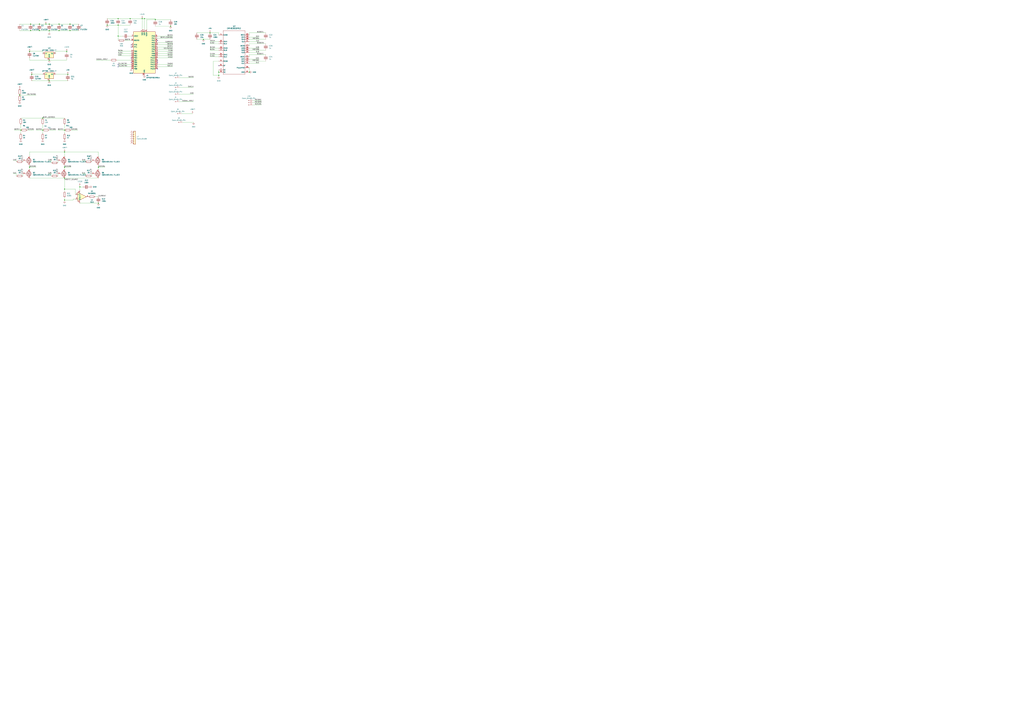
<source format=kicad_sch>
(kicad_sch (version 20250114) (generator "eeschema") (generator_version "9.0")
  (paper "A0")
  (lib_symbols
    (symbol "Amplifier_Current:INA180B1" (pin_names (offset 0.127))
      (property "Reference" "U" (at 3.81 3.81 0))
      (property "Value" "INA180B1" (at 3.81 -2.54 0))
      (symbol "INA180B1_1_1"
        (pin input line (at -7.62 2.54 0) (length 2.54) (name "+") (number "1"))
        (pin input line (at -7.62 -2.54 0) (length 2.54) (name "-") (number "3"))
        (pin power_in line (at -2.54 7.62 270) (length 3.81) (name "V+") (number "5"))
        (pin power_in line (at -2.54 -7.62 90) (length 3.81) (name "GND") (number "2"))
        (pin output line (at 7.62 0 180) (length 2.54) (name "~") (number "4"))
      )
    )
    (symbol "Conn_01x01_Pin_1" (pin_names (offset 1.016) (hide yes))
      (property "Reference" "J5" (at 0.635 5.08 0))
      (property "Value" "Conn_01x01_Pin" (at 0.635 2.54 0))
      (symbol "Conn_01x01_Pin_1_1_1"
        (pin power_out line (at 5.08 0 180) (length 3.81) (name "Pin_1") (number "1"))
      )
    )
    (symbol "Conn_01x01_Pin_2" (pin_names (offset 1.016) (hide yes))
      (property "Reference" "J6" (at 0.635 5.08 0))
      (property "Value" "Conn_01x01_Pin" (at 0.635 2.54 0))
      (symbol "Conn_01x01_Pin_2_1_1"
        (pin power_out line (at 5.08 0 180) (length 3.81) (name "Pin_1") (number "1"))
      )
    )
    (symbol "Connector:Conn_01x01_Pin" (pin_names (offset 1.016) (hide yes))
      (property "Reference" "J" (at 0 2.54 0))
      (property "Value" "Conn_01x01_Pin" (at 0 -2.54 0))
      (symbol "Conn_01x01_Pin_1_1"
        (pin passive line (at 5.08 0 180) (length 3.81) (name "Pin_1") (number "1"))
      )
    )
    (symbol "Connector:Conn_01x03_Pin" (pin_names (offset 1.016) (hide yes))
      (property "Reference" "J" (at 0 5.08 0))
      (property "Value" "Conn_01x03_Pin" (at 0 -5.08 0))
      (symbol "Conn_01x03_Pin_1_1"
        (pin passive line (at 5.08 2.54 180) (length 3.81) (name "Pin_1") (number "1"))
        (pin passive line (at 5.08 0 180) (length 3.81) (name "Pin_2") (number "2"))
        (pin passive line (at 5.08 -2.54 180) (length 3.81) (name "Pin_3") (number "3"))
      )
    )
    (symbol "Connector_Generic:Conn_01x06" (pin_names (offset 1.016) (hide yes))
      (property "Reference" "J" (at 0 7.62 0))
      (property "Value" "Conn_01x06" (at 0 -10.16 0))
      (symbol "Conn_01x06_1_1"
        (pin passive line (at -5.08 5.08 0) (length 3.81) (name "Pin_1") (number "1"))
        (pin passive line (at -5.08 2.54 0) (length 3.81) (name "Pin_2") (number "2"))
        (pin passive line (at -5.08 0 0) (length 3.81) (name "Pin_3") (number "3"))
        (pin passive line (at -5.08 -2.54 0) (length 3.81) (name "Pin_4") (number "4"))
        (pin passive line (at -5.08 -5.08 0) (length 3.81) (name "Pin_5") (number "5"))
        (pin passive line (at -5.08 -7.62 0) (length 3.81) (name "Pin_6") (number "6"))
      )
    )
    (symbol "DRV8300:DRV8300DRGER" (pin_names (offset 0.254))
      (property "Reference" "U" (at 0 2.54 0))
      (property "Value" "DRV8300DRGER" (at 0 0 0))
      (symbol "DRV8300DRGER_0_1"
        (pin power_in line (at 0 0 0) (length 5.08) (name "GVDD") (number "4"))
        (pin input line (at 0 -7.62 0) (length 5.08) (name "INHA") (number "22"))
        (pin input line (at 0 -10.16 0) (length 5.08) (name "INLA") (number "1"))
        (pin input line (at 0 -15.24 0) (length 5.08) (name "INHB") (number "23"))
        (pin input line (at 0 -17.78 0) (length 5.08) (name "INLB") (number "2"))
        (pin input line (at 0 -22.86 0) (length 5.08) (name "INHC") (number "24"))
        (pin input line (at 0 -25.4 0) (length 5.08) (name "INLC") (number "3"))
        (pin input line (at 0 -30.48 0) (length 5.08) (name "MODE") (number "5"))
        (pin input line (at 0 -35.56 0) (length 5.08) (name "DT") (number "21"))
        (pin unspecified line (at 0 -40.64 0) (length 5.08) (name "NC") (number "7"))
        (pin unspecified line (at 0 -43.18 0) (length 5.08) (name "NC") (number "8"))
        (pin output line (at 35.56 0 180) (length 5.08) (name "BSTA") (number "20"))
        (pin output line (at 35.56 -2.54 180) (length 5.08) (name "GHA") (number "19"))
        (pin input line (at 35.56 -5.08 180) (length 5.08) (name "SHA") (number "18"))
        (pin output line (at 35.56 -7.62 180) (length 5.08) (name "GLA") (number "11"))
        (pin output line (at 35.56 -12.7 180) (length 5.08) (name "BSTB") (number "17"))
        (pin output line (at 35.56 -15.24 180) (length 5.08) (name "GHB") (number "16"))
        (pin input line (at 35.56 -17.78 180) (length 5.08) (name "SHB") (number "15"))
        (pin output line (at 35.56 -20.32 180) (length 5.08) (name "GLB") (number "10"))
        (pin output line (at 35.56 -25.4 180) (length 5.08) (name "BSTC") (number "14"))
        (pin output line (at 35.56 -27.94 180) (length 5.08) (name "GHC") (number "13"))
        (pin input line (at 35.56 -30.48 180) (length 5.08) (name "SHC") (number "12"))
        (pin output line (at 35.56 -33.02 180) (length 5.08) (name "GLC") (number "9"))
        (pin power_in line (at 35.56 -38.1 180) (length 5.08) (name "PowerPAD") (number "25"))
        (pin power_in line (at 35.56 -43.18 180) (length 5.08) (name "GND") (number "6"))
      )
    )
    (symbol "Device:C" (pin_numbers (hide yes)) (pin_names (offset 0.254))
      (property "Reference" "C" (at 0.635 2.54 0))
      (property "Value" "C" (at 0.635 -2.54 0))
      (symbol "C_1_1"
        (pin passive line (at 0 3.81 270) (length 2.794) (name "~") (number "1"))
        (pin passive line (at 0 -3.81 90) (length 2.794) (name "~") (number "2"))
      )
    )
    (symbol "Device:R" (pin_numbers (hide yes)) (pin_names (offset 0))
      (property "Reference" "R" (at 2.032 0 90))
      (property "Value" "R" (at 0 0 90))
      (symbol "R_1_1"
        (pin passive line (at 0 3.81 270) (length 1.27) (name "~") (number "1"))
        (pin passive line (at 0 -3.81 90) (length 1.27) (name "~") (number "2"))
      )
    )
    (symbol "MCU_ST_STM32F0:STM32F051K8Ux"
      (property "Reference" "U" (at -12.7 26.67 0))
      (property "Value" "STM32F051K8Ux" (at 5.08 26.67 0))
      (symbol "STM32F051K8Ux_1_1"
        (pin input line (at -15.24 20.32 0) (length 2.54) (name "NRST") (number "4"))
        (pin input line (at -15.24 15.24 0) (length 2.54) (name "BOOT0") (number "31"))
        (pin bidirectional line (at -15.24 10.16 0) (length 2.54) (name "PF0") (number "2"))
        (pin bidirectional line (at -15.24 7.62 0) (length 2.54) (name "PF1") (number "3"))
        (pin bidirectional line (at -15.24 2.54 0) (length 2.54) (name "PB0") (number "14"))
        (pin bidirectional line (at -15.24 0 0) (length 2.54) (name "PB1") (number "15"))
        (pin bidirectional line (at -15.24 -2.54 0) (length 2.54) (name "PB2") (number "16"))
        (pin bidirectional line (at -15.24 -5.08 0) (length 2.54) (name "PB3") (number "26"))
        (pin bidirectional line (at -15.24 -7.62 0) (length 2.54) (name "PB4") (number "27"))
        (pin bidirectional line (at -15.24 -10.16 0) (length 2.54) (name "PB5") (number "28"))
        (pin bidirectional line (at -15.24 -12.7 0) (length 2.54) (name "PB6") (number "29"))
        (pin bidirectional line (at -15.24 -15.24 0) (length 2.54) (name "PB7") (number "30"))
        (pin bidirectional line (at -15.24 -17.78 0) (length 2.54) (name "PB8") (number "32"))
        (pin power_in line (at -2.54 27.94 270) (length 2.54) (name "VDD") (number "1"))
        (pin power_in line (at 0 27.94 270) (length 2.54) (name "VDD") (number "17"))
        (pin power_in line (at 0 -25.4 90) (length 2.54) (name "VSS") (number "33"))
        (pin power_in line (at 2.54 27.94 270) (length 2.54) (name "VDDA") (number "5"))
        (pin bidirectional line (at 15.24 20.32 180) (length 2.54) (name "PA0") (number "6"))
        (pin bidirectional line (at 15.24 17.78 180) (length 2.54) (name "PA1") (number "7"))
        (pin bidirectional line (at 15.24 15.24 180) (length 2.54) (name "PA2") (number "8"))
        (pin bidirectional line (at 15.24 12.7 180) (length 2.54) (name "PA3") (number "9"))
        (pin bidirectional line (at 15.24 10.16 180) (length 2.54) (name "PA4") (number "10"))
        (pin bidirectional line (at 15.24 7.62 180) (length 2.54) (name "PA5") (number "11"))
        (pin bidirectional line (at 15.24 5.08 180) (length 2.54) (name "PA6") (number "12"))
        (pin bidirectional line (at 15.24 2.54 180) (length 2.54) (name "PA7") (number "13"))
        (pin bidirectional line (at 15.24 0 180) (length 2.54) (name "PA8") (number "18"))
        (pin bidirectional line (at 15.24 -2.54 180) (length 2.54) (name "PA9") (number "19"))
        (pin bidirectional line (at 15.24 -5.08 180) (length 2.54) (name "PA10") (number "20"))
        (pin bidirectional line (at 15.24 -7.62 180) (length 2.54) (name "PA11") (number "21"))
        (pin bidirectional line (at 15.24 -10.16 180) (length 2.54) (name "PA12") (number "22"))
        (pin bidirectional line (at 15.24 -12.7 180) (length 2.54) (name "PA13") (number "23"))
        (pin bidirectional line (at 15.24 -15.24 180) (length 2.54) (name "PA14") (number "24"))
        (pin bidirectional line (at 15.24 -17.78 180) (length 2.54) (name "PA15") (number "25"))
      )
    )
    (symbol "Regulator_Linear:AP7381-33SA-7"
      (property "Reference" "U" (at -3.81 3.175 0))
      (property "Value" "AP7381-33SA-7" (at 0 3.175 0))
      (symbol "AP7381-33SA-7_1_1"
        (pin power_in line (at -7.62 0 0) (length 2.54) (name "VI") (number "1"))
        (pin power_in line (at 0 -7.62 90) (length 2.54) (name "GND") (number "3"))
        (pin power_out line (at 7.62 0 180) (length 2.54) (name "VO") (number "2"))
      )
    )
    (symbol "Regulator_Linear:AP7381-50SA-7"
      (property "Reference" "U" (at -3.81 3.175 0))
      (property "Value" "AP7381-50SA-7" (at 0 3.175 0))
      (symbol "AP7381-50SA-7_1_1"
        (pin power_in line (at -7.62 0 0) (length 2.54) (name "VI") (number "1"))
        (pin power_in line (at 0 -7.62 90) (length 2.54) (name "GND") (number "3"))
        (pin power_out line (at 7.62 0 180) (length 2.54) (name "VO") (number "2"))
      )
    )
    (symbol "Transistor_FET:PSMN5R2-60YL" (pin_names (hide yes))
      (property "Reference" "Q" (at 5.715 1.905 0))
      (property "Value" "PSMN5R2-60YL" (at 12.7 0 0))
      (symbol "PSMN5R2-60YL_1_1"
        (pin passive line (at -5.08 0 0) (length 2.54) (name "G") (number "4"))
        (pin passive line (at 2.54 5.08 270) (length 2.54) (name "D") (number "5"))
        (pin passive line (at 2.54 -5.08 90) (length 2.54) (name "S") (number "1"))
        (pin passive line (at 2.54 -5.08 90) (length 2.54) (hide yes) (name "S") (number "2"))
        (pin passive line (at 2.54 -5.08 90) (length 2.54) (hide yes) (name "S") (number "3"))
      )
    )
    (symbol "power:+3.3V" (power) (pin_numbers (hide yes)) (pin_names (offset 0) (hide yes))
      (property "Value" "+3.3V" (at 0 3.556 0))
      (symbol "+3.3V_1_1"
        (pin power_in line (at 0 0 90) (length 0) (name "~") (number "1"))
      )
    )
    (symbol "power:+5V" (power) (pin_numbers (hide yes)) (pin_names (offset 0) (hide yes))
      (property "Value" "+5V" (at 0 3.556 0))
      (symbol "+5V_1_1"
        (pin power_in line (at 0 0 90) (length 0) (name "~") (number "1"))
      )
    )
    (symbol "power:+BATT" (power) (pin_numbers (hide yes)) (pin_names (offset 0) (hide yes))
      (property "Value" "+BATT" (at 0 3.556 0))
      (symbol "+BATT_1_1"
        (pin power_in line (at 0 0 90) (length 0) (name "~") (number "1"))
      )
    )
    (symbol "power:GND" (power) (pin_numbers (hide yes)) (pin_names (offset 0) (hide yes))
      (property "Value" "GND" (at 0 -3.81 0))
      (symbol "GND_1_1"
        (pin power_in line (at 0 0 270) (length 0) (name "~") (number "1"))
      )
    )
  )
  (junction (at 74.93 207.01))
  (junction (at 74.93 194.31))
  (junction (at 35.56 35.56))
  (junction (at 254 83.82))
  (junction (at 34.29 194.31))
  (junction (at 68.58 35.56))
  (junction (at 243.84 38.1))
  (junction (at 81.28 35.56))
  (junction (at 81.28 27.94))
  (junction (at 180.34 22.86))
  (junction (at 53.34 27.94))
  (junction (at 24.13 151.13))
  (junction (at 137.16 21.59))
  (junction (at 124.46 29.21))
  (junction (at 151.13 21.59))
  (junction (at 254 87.63))
  (junction (at 137.16 29.21))
  (junction (at 49.53 137.16))
  (junction (at 45.72 27.94))
  (junction (at 165.1 21.59))
  (junction (at 114.3 236.22))
  (junction (at 22.86 110.49))
  (junction (at 74.93 232.41))
  (junction (at 289.56 83.82))
  (junction (at 167.64 21.59))
  (junction (at 137.16 41.91))
  (junction (at 57.15 35.56))
  (junction (at 57.15 27.94))
  (junction (at 74.93 151.13))
  (junction (at 74.93 176.53))
  (junction (at 74.93 219.71))
  (junction (at 49.53 151.13))
  (junction (at 36.83 86.36))
  (junction (at 198.12 30.48))
  (junction (at 77.47 59.69))
  (junction (at 78.74 86.36))
  (junction (at 35.56 27.94))
  (junction (at 57.15 69.85))
  (junction (at 45.72 35.56))
  (junction (at 68.58 27.94))
  (junction (at 236.22 45.72))
  (junction (at 114.3 194.31))
  (junction (at 92.71 217.17))
  (junction (at 34.29 59.69))
  (junction (at 57.15 93.98))
  (no_connect (at 182.88 80.01))
  (no_connect (at 152.4 67.31))
  (no_connect (at 152.4 54.61))
  (no_connect (at 254 76.2))
  (no_connect (at 182.88 72.39))
  (no_connect (at 152.4 72.39))
  (no_connect (at 182.88 69.85))
  (no_connect (at 152.4 52.07))
  (no_connect (at 137.16 77.47))
  (no_connect (at 182.88 46.99))
  (no_connect (at 137.16 74.93))
  (wire (pts (xy 182.88 41.91) (xy 200.66 41.91)))
  (wire (pts (xy 59.69 201.93) (xy 59.69 204.47)))
  (wire (pts (xy 22.86 110.49) (xy 41.91 110.49)))
  (wire (pts (xy 57.15 35.56) (xy 68.58 35.56)))
  (wire (pts (xy 208.28 118.11) (xy 224.79 118.11)))
  (wire (pts (xy 142.24 41.91) (xy 137.16 41.91)))
  (wire (pts (xy 57.15 151.13) (xy 64.77 151.13)))
  (wire (pts (xy 41.91 151.13) (xy 49.53 151.13)))
  (wire (pts (xy 151.13 21.59) (xy 165.1 21.59)))
  (wire (pts (xy 208.28 109.22) (xy 224.79 109.22)))
  (wire (pts (xy 19.05 186.69) (xy 19.05 187.96)))
  (wire (pts (xy 114.3 181.61) (xy 114.3 176.53)))
  (wire (pts (xy 34.29 69.85) (xy 34.29 67.31)))
  (wire (pts (xy 57.15 93.98) (xy 78.74 93.98)))
  (wire (pts (xy 85.09 231.14) (xy 85.09 232.41)))
  (wire (pts (xy 45.72 27.94) (xy 53.34 27.94)))
  (wire (pts (xy 289.56 48.26) (xy 300.99 48.26)))
  (wire (pts (xy 289.56 73.66) (xy 300.99 73.66)))
  (wire (pts (xy 247.65 87.63) (xy 254 87.63)))
  (wire (pts (xy 212.09 142.24) (xy 224.79 142.24)))
  (wire (pts (xy 135.89 69.85) (xy 152.4 69.85)))
  (wire (pts (xy 124.46 21.59) (xy 137.16 21.59)))
  (wire (pts (xy 289.56 63.5) (xy 289.56 66.04)))
  (wire (pts (xy 137.16 41.91) (xy 137.16 29.21)))
  (wire (pts (xy 74.93 191.77) (xy 74.93 194.31)))
  (wire (pts (xy 243.84 66.04) (xy 254 66.04)))
  (wire (pts (xy 254 71.12) (xy 247.65 71.12)))
  (wire (pts (xy 74.93 176.53) (xy 74.93 181.61)))
  (wire (pts (xy 137.16 21.59) (xy 151.13 21.59)))
  (wire (pts (xy 57.15 35.56) (xy 57.15 38.1)))
  (wire (pts (xy 254 40.64) (xy 254 38.1)))
  (wire (pts (xy 167.64 34.29) (xy 167.64 21.59)))
  (wire (pts (xy 137.16 77.47) (xy 152.4 77.47)))
  (wire (pts (xy 99.06 201.93) (xy 99.06 204.47)))
  (wire (pts (xy 289.56 55.88) (xy 300.99 55.88)))
  (wire (pts (xy 289.56 38.1) (xy 289.56 40.64)))
  (wire (pts (xy 308.61 50.8) (xy 289.56 50.8)))
  (wire (pts (xy 289.56 58.42) (xy 308.61 58.42)))
  (wire (pts (xy 243.84 55.88) (xy 254 55.88)))
  (wire (pts (xy 149.86 41.91) (xy 152.4 41.91)))
  (wire (pts (xy 289.56 50.8) (xy 289.56 53.34)))
  (wire (pts (xy 64.77 59.69) (xy 64.77 62.23)))
  (wire (pts (xy 243.84 63.5) (xy 254 63.5)))
  (wire (pts (xy 243.84 38.1) (xy 228.6 38.1)))
  (wire (pts (xy 55.88 201.93) (xy 59.69 201.93)))
  (wire (pts (xy 92.71 217.17) (xy 96.52 217.17)))
  (wire (pts (xy 247.65 71.12) (xy 247.65 87.63)))
  (wire (pts (xy 137.16 74.93) (xy 152.4 74.93)))
  (wire (pts (xy 182.88 49.53) (xy 200.66 49.53)))
  (wire (pts (xy 110.49 228.6) (xy 114.3 228.6)))
  (wire (pts (xy 59.69 186.69) (xy 59.69 189.23)))
  (wire (pts (xy 254 87.63) (xy 254 88.9)))
  (wire (pts (xy 24.13 151.13) (xy 24.13 154.94)))
  (wire (pts (xy 36.83 86.36) (xy 49.53 86.36)))
  (wire (pts (xy 182.88 64.77) (xy 200.66 64.77)))
  (wire (pts (xy 74.93 207.01) (xy 74.93 219.71)))
  (wire (pts (xy 74.93 194.31) (xy 74.93 196.85)))
  (wire (pts (xy 64.77 86.36) (xy 78.74 86.36)))
  (wire (pts (xy 74.93 144.78) (xy 74.93 151.13)))
  (wire (pts (xy 74.93 176.53) (xy 34.29 176.53)))
  (wire (pts (xy 74.93 232.41) (xy 74.93 229.87)))
  (wire (pts (xy 26.67 186.69) (xy 26.67 187.96)))
  (wire (pts (xy 182.88 67.31) (xy 200.66 67.31)))
  (wire (pts (xy 35.56 27.94) (xy 45.72 27.94)))
  (wire (pts (xy 64.77 59.69) (xy 77.47 59.69)))
  (wire (pts (xy 74.93 232.41) (xy 74.93 233.68)))
  (wire (pts (xy 208.28 101.6) (xy 224.79 101.6)))
  (wire (pts (xy 92.71 217.17) (xy 92.71 220.98)))
  (wire (pts (xy 289.56 60.96) (xy 300.99 60.96)))
  (wire (pts (xy 182.88 77.47) (xy 200.66 77.47)))
  (wire (pts (xy 289.56 45.72) (xy 308.61 45.72)))
  (wire (pts (xy 144.78 46.99) (xy 152.4 46.99)))
  (wire (pts (xy 87.63 226.06) (xy 87.63 219.71)))
  (wire (pts (xy 182.88 59.69) (xy 200.66 59.69)))
  (wire (pts (xy 243.84 50.8) (xy 254 50.8)))
  (wire (pts (xy 67.31 186.69) (xy 67.31 189.23)))
  (wire (pts (xy 308.61 38.1) (xy 289.56 38.1)))
  (wire (pts (xy 289.56 71.12) (xy 308.61 71.12)))
  (wire (pts (xy 180.34 30.48) (xy 198.12 30.48)))
  (wire (pts (xy 111.76 69.85) (xy 128.27 69.85)))
  (wire (pts (xy 137.16 59.69) (xy 152.4 59.69)))
  (wire (pts (xy 92.71 236.22) (xy 114.3 236.22)))
  (wire (pts (xy 106.68 186.69) (xy 106.68 187.96)))
  (wire (pts (xy 81.28 27.94) (xy 91.44 27.94)))
  (wire (pts (xy 182.88 52.07) (xy 200.66 52.07)))
  (wire (pts (xy 31.75 151.13) (xy 39.37 151.13)))
  (wire (pts (xy 308.61 63.5) (xy 289.56 63.5)))
  (wire (pts (xy 92.71 215.9) (xy 92.71 217.17)))
  (wire (pts (xy 74.93 207.01) (xy 114.3 207.01)))
  (wire (pts (xy 210.82 132.08) (xy 223.52 132.08)))
  (wire (pts (xy 15.24 201.93) (xy 19.05 201.93)))
  (wire (pts (xy 95.25 186.69) (xy 99.06 186.69)))
  (wire (pts (xy 49.53 137.16) (xy 74.93 137.16)))
  (wire (pts (xy 124.46 29.21) (xy 137.16 29.21)))
  (wire (pts (xy 137.16 64.77) (xy 152.4 64.77)))
  (wire (pts (xy 19.05 201.93) (xy 19.05 204.47)))
  (wire (pts (xy 45.72 35.56) (xy 57.15 35.56)))
  (wire (pts (xy 180.34 21.59) (xy 180.34 22.86)))
  (wire (pts (xy 49.53 144.78) (xy 49.53 151.13)))
  (wire (pts (xy 82.55 151.13) (xy 90.17 151.13)))
  (wire (pts (xy 167.64 21.59) (xy 165.1 21.59)))
  (wire (pts (xy 35.56 35.56) (xy 45.72 35.56)))
  (wire (pts (xy 289.56 43.18) (xy 300.99 43.18)))
  (wire (pts (xy 57.15 69.85) (xy 77.47 69.85)))
  (wire (pts (xy 74.93 222.25) (xy 74.93 219.71)))
  (wire (pts (xy 180.34 22.86) (xy 170.18 22.86)))
  (wire (pts (xy 114.3 176.53) (xy 74.93 176.53)))
  (wire (pts (xy 114.3 191.77) (xy 114.3 194.31)))
  (wire (pts (xy 137.16 29.21) (xy 151.13 29.21)))
  (wire (pts (xy 34.29 207.01) (xy 74.93 207.01)))
  (wire (pts (xy 182.88 54.61) (xy 200.66 54.61)))
  (wire (pts (xy 167.64 21.59) (xy 180.34 21.59)))
  (wire (pts (xy 182.88 74.93) (xy 200.66 74.93)))
  (wire (pts (xy 254 83.82) (xy 254 87.63)))
  (wire (pts (xy 57.15 69.85) (xy 34.29 69.85)))
  (wire (pts (xy 85.09 232.41) (xy 74.93 232.41)))
  (wire (pts (xy 77.47 69.85) (xy 77.47 68.58)))
  (wire (pts (xy 254 38.1) (xy 243.84 38.1)))
  (wire (pts (xy 24.13 144.78) (xy 24.13 151.13)))
  (wire (pts (xy 198.12 22.86) (xy 180.34 22.86)))
  (wire (pts (xy 182.88 57.15) (xy 200.66 57.15)))
  (wire (pts (xy 34.29 176.53) (xy 34.29 181.61)))
  (wire (pts (xy 74.93 151.13) (xy 74.93 154.94)))
  (wire (pts (xy 114.3 194.31) (xy 121.92 194.31)))
  (wire (pts (xy 293.37 121.92) (xy 303.53 121.92)))
  (wire (pts (xy 182.88 44.45) (xy 200.66 44.45)))
  (wire (pts (xy 36.83 93.98) (xy 57.15 93.98)))
  (wire (pts (xy 228.6 45.72) (xy 236.22 45.72)))
  (wire (pts (xy 55.88 186.69) (xy 59.69 186.69)))
  (wire (pts (xy 77.47 60.96) (xy 77.47 59.69)))
  (wire (pts (xy 137.16 62.23) (xy 152.4 62.23)))
  (wire (pts (xy 34.29 194.31) (xy 41.91 194.31)))
  (wire (pts (xy 22.86 35.56) (xy 35.56 35.56)))
  (wire (pts (xy 49.53 151.13) (xy 49.53 154.94)))
  (wire (pts (xy 34.29 194.31) (xy 34.29 196.85)))
  (wire (pts (xy 53.34 27.94) (xy 57.15 27.94)))
  (wire (pts (xy 289.56 78.74) (xy 289.56 83.82)))
  (wire (pts (xy 81.28 35.56) (xy 91.44 35.56)))
  (wire (pts (xy 165.1 21.59) (xy 165.1 34.29)))
  (wire (pts (xy 236.22 45.72) (xy 243.84 45.72)))
  (wire (pts (xy 15.24 186.69) (xy 19.05 186.69)))
  (wire (pts (xy 243.84 58.42) (xy 254 58.42)))
  (wire (pts (xy 74.93 219.71) (xy 87.63 219.71)))
  (wire (pts (xy 34.29 191.77) (xy 34.29 194.31)))
  (wire (pts (xy 34.29 59.69) (xy 49.53 59.69)))
  (wire (pts (xy 208.28 90.17) (xy 224.79 90.17)))
  (wire (pts (xy 67.31 151.13) (xy 74.93 151.13)))
  (wire (pts (xy 68.58 35.56) (xy 81.28 35.56)))
  (wire (pts (xy 182.88 62.23) (xy 200.66 62.23)))
  (wire (pts (xy 24.13 137.16) (xy 49.53 137.16)))
  (wire (pts (xy 289.56 68.58) (xy 300.99 68.58)))
  (wire (pts (xy 99.06 186.69) (xy 99.06 187.96)))
  (wire (pts (xy 137.16 46.99) (xy 137.16 41.91)))
  (wire (pts (xy 74.93 194.31) (xy 82.55 194.31)))
  (wire (pts (xy 22.86 27.94) (xy 35.56 27.94)))
  (wire (pts (xy 57.15 27.94) (xy 68.58 27.94)))
  (wire (pts (xy 68.58 27.94) (xy 81.28 27.94)))
  (wire (pts (xy 87.63 231.14) (xy 85.09 231.14)))
  (wire (pts (xy 243.84 48.26) (xy 254 48.26)))
  (wire (pts (xy 95.25 201.93) (xy 99.06 201.93)))
  (wire (pts (xy 293.37 116.84) (xy 303.53 116.84)))
  (wire (pts (xy 170.18 22.86) (xy 170.18 34.29)))
  (wire (pts (xy 26.67 201.93) (xy 26.67 204.47)))
  (wire (pts (xy 106.68 201.93) (xy 106.68 204.47)))
  (wire (pts (xy 114.3 194.31) (xy 114.3 196.85)))
  (wire (pts (xy 254 81.28) (xy 254 83.82)))
  (wire (pts (xy 67.31 201.93) (xy 67.31 204.47)))
  (wire (pts (xy 49.53 59.69) (xy 49.53 62.23)))
  (wire (pts (xy 293.37 119.38) (xy 303.53 119.38)))
  (wire (pts (xy 16.51 151.13) (xy 24.13 151.13)))
  (label "BOOSTB" (at 298.45 50.8 0))
  (label "GND" (at 137.16 64.77 0))
  (label "SWCLK" (at 200.66 77.47 180))
  (label "MOTORC" (at 303.53 116.84 180))
  (label "ALOW" (at 137.16 62.23 0))
  (label "GLA" (at 95.25 201.93 0))
  (label "GLC_R" (at 26.67 201.93 90))
  (label "BEMFA" (at 200.66 41.91 180))
  (label "GLB" (at 55.88 201.93 0))
  (label "GND" (at 224.79 109.22 180))
  (label "BOOSTC" (at 298.45 63.5 0))
  (label "SIGNAL_INPUT" (at 111.76 69.85 0))
  (label "GHC" (at 300.99 68.58 180))
  (label "MOTORA" (at 303.53 121.92 180))
  (label "GHC_R" (at 26.67 186.69 90))
  (label "ALOW" (at 243.84 50.8 0))
  (label "BOOT0" (at 144.78 46.99 0))
  (label "MOTORA" (at 121.92 194.31 180))
  (label "BEMFC" (at 200.66 54.61 180))
  (label "MOTORA" (at 39.37 151.13 180))
  (label "BEMFA" (at 16.51 151.13 0))
  (label "CURRENT" (at 200.66 49.53 180))
  (label "BHIGH" (at 200.66 64.77 180))
  (label "CURRENT" (at 114.3 228.6 0))
  (label "BEMF_COMMON" (at 200.66 44.45 180))
  (label "MOTORB" (at 64.77 151.13 180))
  (label "MOTORB" (at 82.55 194.31 180))
  (label "BEMFB" (at 41.91 151.13 0))
  (label "BHIGH" (at 243.84 55.88 0))
  (label "VOLTSENSE" (at 200.66 57.15 180))
  (label "MOTORC" (at 300.99 71.12 180))
  (label "MOTORC" (at 90.17 151.13 180))
  (label "GLC" (at 15.24 201.93 0))
  (label "BOOSTA" (at 298.45 38.1 0))
  (label "GHA_R" (at 106.68 186.69 90))
  (label "AHIGH" (at 200.66 67.31 180))
  (label "BEMFC" (at 67.31 151.13 0))
  (label "BLOW" (at 243.84 58.42 0))
  (label "GHB" (at 55.88 186.69 0))
  (label "CLOW" (at 243.84 66.04 0))
  (label "MOTORB" (at 300.99 58.42 180))
  (label "GHC" (at 15.24 186.69 0))
  (label "GHB" (at 300.99 55.88 180))
  (label "GLA_R" (at 106.68 201.93 90))
  (label "GLB" (at 300.99 60.96 180))
  (label "CHIGH" (at 200.66 62.23 180))
  (label "GLC" (at 300.99 73.66 180))
  (label "MOSFET_SOURCE" (at 74.93 209.55 0))
  (label "SWCLK" (at 224.79 101.6 180))
  (label "VOLTSENSE" (at 41.91 110.49 180))
  (label "AHIGH" (at 243.84 48.26 0))
  (label "GLB_R" (at 67.31 201.93 90))
  (label "SWDIO" (at 224.79 90.17 180))
  (label "TELEMETRX" (at 137.16 77.47 0))
  (label "CHIGH" (at 243.84 63.5 0))
  (label "GHA" (at 95.25 186.69 0))
  (label "SWDIO" (at 200.66 74.93 180))
  (label "CLOW" (at 200.66 59.69 180))
  (label "GLA" (at 300.99 48.26 180))
  (label "MOTORA" (at 300.99 45.72 180))
  (label "GHA" (at 300.99 43.18 180))
  (label "BEMFB" (at 200.66 52.07 180))
  (label "GHB_R" (at 67.31 186.69 90))
  (label "SIGNAL_INPUT" (at 224.79 118.11 180))
  (label "BEMF_COMMON" (at 49.53 137.16 0))
  (label "MOTORB" (at 303.53 119.38 180))
  (label "BLOW" (at 137.16 59.69 0))
  (label "TELEMETRY" (at 137.16 74.93 0))
  (label "MOTORC" (at 41.91 194.31 180))
  (symbol (lib_id "Device:C") (at 34.29 63.5 0) (unit 1)
    (property "Reference" "C8" (at 38.1 62.2299 0) (effects (justify left)))
    (property "Value" "1uF25V" (at 38.1 64.7699 0) (effects (justify left)))
    (property "Footprint" "Capacitor_SMD:C_0603_1608Metric" (effects (hide yes)))
    (property "Description" "Unpolarized capacitor" (effects (hide yes)))
  )
  (symbol (lib_id "Device:C") (at 198.12 26.67 180) (unit 1)
    (property "Reference" "C19" (at 201.93 25.3999 0) (effects (justify right)))
    (property "Value" "10n" (at 201.93 27.9399 0) (effects (justify right)))
    (property "Footprint" "Capacitor_SMD:C_0201_0603Metric" (effects (hide yes)))
    (property "Description" "Unpolarized capacitor" (effects (hide yes)))
  )
  (symbol (lib_id "power:+3.3V") (at 92.71 215.9 0) (unit 1)
    (property "Reference" "#PWR016" (effects (hide yes)))
    (property "Value" "+3.3V" (at 92.71 210.82 0))
    (property "Description" "Power symbol creates a global label with name \"+3.3V\"" (effects (hide yes)))
  )
  (symbol (lib_id "power:GND") (at 198.12 30.48 0) (unit 1)
    (property "Reference" "#PWR021" (effects (hide yes)))
    (property "Value" "GND" (at 198.12 35.56 0))
    (property "Description" "Power symbol creates a global label with name \"GND\" , ground" (effects (hide yes)))
  )
  (symbol (lib_id "Device:R") (at 22.86 106.68 0) (unit 1)
    (property "Reference" "R1" (at 25.4 105.4099 0) (effects (justify left)))
    (property "Value" "100K" (at 25.4 107.9499 0) (effects (justify left)))
    (property "Footprint" "Resistor_SMD:R_0402_1005Metric" (effects (hide yes)))
    (property "Description" "Resistor" (effects (hide yes)))
  )
  (symbol (lib_id "Regulator_Linear:AP7381-33SA-7") (at 57.15 62.23 0) (unit 1)
    (property "Reference" "U3" (at 57.15 55.88 0))
    (property "Value" "AP7381-33SA-7" (at 57.15 58.42 0))
    (property "Footprint" "Package_TO_SOT_SMD:SOT-23" (effects (hide yes)))
    (property "Datasheet" "https://www.diodes.com/assets/Datasheets/AP7381.pdf" (effects (hide yes)))
    (property "Description" "150mA Low Dropout Voltage Regulator, Fixed Output 3.3V, Wide Input Voltage Range 40V, SOT-23" (effects (hide yes)))
  )
  (symbol (lib_id "power:+BATT") (at 34.29 59.69 0) (unit 1)
    (property "Reference" "#PWR03" (effects (hide yes)))
    (property "Value" "+BATT" (at 34.29 54.61 0))
    (property "Description" "Power symbol creates a global label with name \"+BATT\"" (effects (hide yes)))
  )
  (symbol (lib_id "power:+5V") (at 243.84 38.1 0) (unit 1)
    (property "Reference" "#PWR024" (effects (hide yes)))
    (property "Value" "+5V" (at 243.84 33.02 0))
    (property "Description" "Power symbol creates a global label with name \"+5V\"" (effects (hide yes)))
  )
  (symbol (lib_id "Device:R") (at 22.86 187.96 90) (unit 1)
    (property "Reference" "R12" (at 22.86 181.61 90))
    (property "Value" "20" (at 22.86 184.15 90))
    (property "Footprint" "Resistor_SMD:R_0402_1005Metric" (effects (hide yes)))
    (property "Description" "Resistor" (effects (hide yes)))
  )
  (symbol (lib_id "Device:R") (at 106.68 228.6 90) (mirror x) (unit 1)
    (property "Reference" "R19" (at 106.68 234.95 90))
    (property "Value" "1K" (at 106.68 232.41 90))
    (property "Footprint" "Resistor_SMD:R_0201_0603Metric" (effects (hide yes)))
    (property "Description" "Resistor" (effects (hide yes)))
  )
  (symbol (lib_id "Device:C") (at 308.61 41.91 180) (unit 1)
    (property "Reference" "C22" (at 312.42 40.6399 0) (effects (justify right)))
    (property "Value" "1u" (at 312.42 43.1799 0) (effects (justify right)))
    (property "Footprint" "Capacitor_SMD:C_0201_0603Metric" (effects (hide yes)))
    (property "Description" "Unpolarized capacitor" (effects (hide yes)))
  )
  (symbol (lib_name "Conn_01x01_Pin_2") (lib_id "Connector:Conn_01x01_Pin") (at 207.01 142.24 0) (unit 1)
    (property "Reference" "J6" (at 207.645 137.16 0))
    (property "Value" "Conn_01x01_Pin" (at 207.645 139.7 0))
    (property "Footprint" "Custom:EscBatteryConnector" (effects (hide yes)))
    (property "Description" "Generic connector, single row, 01x01, script generated" (effects (hide yes)))
  )
  (symbol (lib_id "Device:C") (at 91.44 31.75 0) (unit 1)
    (property "Reference" "C7" (at 93.472 29.718 0) (effects (justify left)))
    (property "Value" "47uF25V" (at 92.964 34.29 0) (effects (justify left)))
    (property "Footprint" "Capacitor_SMD:C_1206_3216Metric" (effects (hide yes)))
    (property "Description" "Unpolarized capacitor" (effects (hide yes)))
  )
  (symbol (lib_id "Device:C") (at 100.33 217.17 90) (unit 1)
    (property "Reference" "C12" (at 100.33 209.55 90))
    (property "Value" "100n" (at 100.33 212.09 90))
    (property "Footprint" "Capacitor_SMD:C_0201_0603Metric" (effects (hide yes)))
    (property "Description" "Unpolarized capacitor" (effects (hide yes)))
  )
  (symbol (lib_id "Device:R") (at 53.34 151.13 90) (unit 1)
    (property "Reference" "R8" (at 52.578 146.558 90))
    (property "Value" "10K" (at 57.15 148.336 90))
    (property "Footprint" "Resistor_SMD:R_0201_0603Metric" (effects (hide yes)))
    (property "Description" "Resistor" (effects (hide yes)))
  )
  (symbol (lib_id "Device:C") (at 243.84 41.91 180) (unit 1)
    (property "Reference" "C21" (at 247.65 40.6399 0) (effects (justify right)))
    (property "Value" "100n" (at 247.65 43.1799 0) (effects (justify right)))
    (property "Footprint" "Capacitor_SMD:C_0201_0603Metric" (effects (hide yes)))
    (property "Description" "Unpolarized capacitor" (effects (hide yes)))
  )
  (symbol (lib_id "Device:C") (at 78.74 90.17 0) (unit 1)
    (property "Reference" "C11" (at 82.55 88.8999 0) (effects (justify left)))
    (property "Value" "1u" (at 82.55 91.4399 0) (effects (justify left)))
    (property "Footprint" "Capacitor_SMD:C_0201_0603Metric" (effects (hide yes)))
    (property "Description" "Unpolarized capacitor" (effects (hide yes)))
  )
  (symbol (lib_id "power:+5V") (at 78.74 86.36 0) (unit 1)
    (property "Reference" "#PWR06" (effects (hide yes)))
    (property "Value" "+5V" (at 78.74 81.28 0))
    (property "Description" "Power symbol creates a global label with name \"+5V\"" (effects (hide yes)))
  )
  (symbol (lib_id "DRV8300:DRV8300DRGER") (at 254 40.64 0) (unit 1)
    (property "Reference" "U2" (at 271.78 30.48 0) (effects (font (size 1.524 1.524))))
    (property "Value" "DRV8300DRGE" (at 271.78 33.02 0) (effects (font (size 1.524 1.524))))
    (property "Footprint" "Custom:VQFN-24-1EP_4x4mm_P0.5mm_EP2.45x2.45mm_ThermalVias-Custom" (effects (hide yes)))
    (property "Datasheet" "https://www.ti.com/lit/gpn/drv8300" (effects (hide yes)))
  )
  (symbol (lib_id "Device:C") (at 36.83 90.17 0) (unit 1)
    (property "Reference" "C10" (at 40.64 88.8999 0) (effects (justify left)))
    (property "Value" "1uF25V" (at 40.64 91.4399 0) (effects (justify left)))
    (property "Footprint" "Capacitor_SMD:C_0603_1608Metric" (effects (hide yes)))
    (property "Description" "Unpolarized capacitor" (effects (hide yes)))
  )
  (symbol (lib_id "power:+3.3V") (at 165.1 21.59 0) (unit 1)
    (property "Reference" "#PWR020" (effects (hide yes)))
    (property "Value" "+3.3V" (at 165.1 16.51 0))
    (property "Description" "Power symbol creates a global label with name \"+3.3V\"" (effects (hide yes)))
  )
  (symbol (lib_id "power:GND") (at 24.13 162.56 0) (unit 1)
    (property "Reference" "#PWR011" (effects (hide yes)))
    (property "Value" "GND" (at 24.13 167.64 0))
    (property "Description" "Power symbol creates a global label with name \"GND\" , ground" (effects (hide yes)))
  )
  (symbol (lib_id "Device:R") (at 24.13 140.97 0) (unit 1)
    (property "Reference" "R3" (at 26.67 139.6999 0) (effects (justify left)))
    (property "Value" "10K" (at 26.67 142.2399 0) (effects (justify left)))
    (property "Footprint" "Resistor_SMD:R_0201_0603Metric" (effects (hide yes)))
    (property "Description" "Resistor" (effects (hide yes)))
  )
  (symbol (lib_id "Device:R") (at 22.86 204.47 90) (unit 1)
    (property "Reference" "R13" (at 22.86 198.12 90))
    (property "Value" "20" (at 22.86 200.66 90))
    (property "Footprint" "Resistor_SMD:R_0402_1005Metric" (effects (hide yes)))
    (property "Description" "Resistor" (effects (hide yes)))
  )
  (symbol (lib_id "Transistor_FET:PSMN5R2-60YL") (at 31.75 186.69 0) (unit 1)
    (property "Reference" "Q1" (at 38.1 185.4199 0) (effects (justify left)))
    (property "Value" "SQS140ELNW-T1_GE3" (at 38.1 187.9599 0) (effects (justify left)))
    (property "Footprint" "Package_SO:Vishay_PowerPAK_1212-8_Single" (effects (hide yes)))
    (property "Datasheet" "https://assets.nexperia.com/documents/data-sheet/PSMN5R2-60YL.pdf" (effects (hide yes)))
    (property "Description" "100A, 60V Vds, N-Channel MOSFET, 5.2mOhm Ron, LFPAK56" (effects (hide yes)))
  )
  (symbol (lib_id "Transistor_FET:PSMN5R2-60YL") (at 72.39 201.93 0) (unit 1)
    (property "Reference" "Q4" (at 78.74 200.6599 0) (effects (justify left)))
    (property "Value" "SQS140ELNW-T1_GE3" (at 78.74 203.1999 0) (effects (justify left)))
    (property "Footprint" "Package_SO:Vishay_PowerPAK_1212-8_Single" (effects (hide yes)))
    (property "Datasheet" "https://assets.nexperia.com/documents/data-sheet/PSMN5R2-60YL.pdf" (effects (hide yes)))
    (property "Description" "100A, 60V Vds, N-Channel MOSFET, 5.2mOhm Ron, LFPAK56" (effects (hide yes)))
  )
  (symbol (lib_id "Device:C") (at 151.13 25.4 180) (unit 1)
    (property "Reference" "C16" (at 154.94 24.1299 0) (effects (justify right)))
    (property "Value" "10u" (at 154.94 26.6699 0) (effects (justify right)))
    (property "Footprint" "Capacitor_SMD:C_0402_1005Metric" (effects (hide yes)))
    (property "Description" "Unpolarized capacitor" (effects (hide yes)))
  )
  (symbol (lib_id "Transistor_FET:PSMN5R2-60YL") (at 31.75 201.93 0) (unit 1)
    (property "Reference" "Q2" (at 38.1 200.6599 0) (effects (justify left)))
    (property "Value" "SQS140ELNW-T1_GE3" (at 38.1 203.1999 0) (effects (justify left)))
    (property "Footprint" "Package_SO:Vishay_PowerPAK_1212-8_Single" (effects (hide yes)))
    (property "Datasheet" "https://assets.nexperia.com/documents/data-sheet/PSMN5R2-60YL.pdf" (effects (hide yes)))
    (property "Description" "100A, 60V Vds, N-Channel MOSFET, 5.2mOhm Ron, LFPAK56" (effects (hide yes)))
  )
  (symbol (lib_id "Device:R") (at 24.13 158.75 0) (unit 1)
    (property "Reference" "R4" (at 26.67 157.4799 0) (effects (justify left)))
    (property "Value" "1K" (at 26.67 160.0199 0) (effects (justify left)))
    (property "Footprint" "Resistor_SMD:R_0201_0603Metric" (effects (hide yes)))
    (property "Description" "Resistor" (effects (hide yes)))
  )
  (symbol (lib_id "Device:C") (at 45.72 31.75 0) (unit 1)
    (property "Reference" "C3" (at 47.752 29.718 0) (effects (justify left)))
    (property "Value" "47uF25V" (at 47.244 34.29 0) (effects (justify left)))
    (property "Footprint" "Capacitor_SMD:C_1206_3216Metric" (effects (hide yes)))
    (property "Description" "Unpolarized capacitor" (effects (hide yes)))
  )
  (symbol (lib_id "Regulator_Linear:AP7381-50SA-7") (at 57.15 86.36 0) (unit 1)
    (property "Reference" "U6" (at 57.15 80.01 0))
    (property "Value" "AP7381-50SA-7" (at 57.15 82.55 0))
    (property "Footprint" "Package_TO_SOT_SMD:SOT-23" (effects (hide yes)))
    (property "Datasheet" "https://www.diodes.com/assets/Datasheets/AP7381.pdf" (effects (hide yes)))
    (property "Description" "150mA Low Dropout Voltage Regulator, Fixed Output 5.0V, Wide Input Voltage Range 40V, SOT-23" (effects (hide yes)))
  )
  (symbol (lib_id "Device:C") (at 77.47 64.77 0) (unit 1)
    (property "Reference" "C9" (at 81.28 63.4999 0) (effects (justify left)))
    (property "Value" "1u" (at 81.28 66.0399 0) (effects (justify left)))
    (property "Footprint" "Capacitor_SMD:C_0201_0603Metric" (effects (hide yes)))
    (property "Description" "Unpolarized capacitor" (effects (hide yes)))
  )
  (symbol (lib_id "Device:C") (at 68.58 31.75 0) (unit 1)
    (property "Reference" "C5" (at 70.612 29.718 0) (effects (justify left)))
    (property "Value" "47uF25V" (at 70.104 34.29 0) (effects (justify left)))
    (property "Footprint" "Capacitor_SMD:C_1206_3216Metric" (effects (hide yes)))
    (property "Description" "Unpolarized capacitor" (effects (hide yes)))
  )
  (symbol (lib_id "Device:C") (at 180.34 26.67 0) (unit 1)
    (property "Reference" "C18" (at 184.15 25.3999 0) (effects (justify left)))
    (property "Value" "1u" (at 184.15 27.9399 0) (effects (justify left)))
    (property "Footprint" "Capacitor_SMD:C_0201_0603Metric" (effects (hide yes)))
    (property "Description" "Unpolarized capacitor" (effects (hide yes)))
  )
  (symbol (lib_id "Device:R") (at 27.94 151.13 90) (unit 1)
    (property "Reference" "R5" (at 27.94 146.05 90))
    (property "Value" "10K" (at 32.004 148.082 90))
    (property "Footprint" "Resistor_SMD:R_0201_0603Metric" (effects (hide yes)))
    (property "Description" "Resistor" (effects (hide yes)))
  )
  (symbol (lib_id "Amplifier_Current:INA180B1") (at 95.25 228.6 0) (unit 1)
    (property "Reference" "U4" (at 106.68 222.1798 0))
    (property "Value" "INA180B1" (at 106.68 224.7198 0))
    (property "Footprint" "Package_TO_SOT_SMD:SOT-23-5" (effects (hide yes)))
    (property "Datasheet" "http://www.ti.com/lit/ds/symlink/ina180.pdf" (effects (hide yes)))
    (property "Description" "Current Sense Amplifier, 1 Circuit, Rail-to-Rail, 26V, Gain 20 V/V, SOT-23-5" (effects (hide yes)))
  )
  (symbol (lib_id "power:GND") (at 57.15 93.98 0) (unit 1)
    (property "Reference" "#PWR08" (effects (hide yes)))
    (property "Value" "GND" (at 57.15 99.06 0))
    (property "Description" "Power symbol creates a global label with name \"GND\" , ground" (effects (hide yes)))
  )
  (symbol (lib_id "power:GND") (at 49.53 162.56 0) (unit 1)
    (property "Reference" "#PWR012" (effects (hide yes)))
    (property "Value" "GND" (at 49.53 167.64 0))
    (property "Description" "Power symbol creates a global label with name \"GND\" , ground" (effects (hide yes)))
  )
  (symbol (lib_id "Device:R") (at 132.08 69.85 90) (mirror x) (unit 1)
    (property "Reference" "R21" (at 132.08 76.2 90))
    (property "Value" "1K" (at 132.08 73.66 90))
    (property "Footprint" "Resistor_SMD:R_0201_0603Metric" (effects (hide yes)))
    (property "Description" "Resistor" (effects (hide yes)))
  )
  (symbol (lib_id "Connector:Conn_01x03_Pin") (at 288.29 119.38 0) (unit 1)
    (property "Reference" "J10" (at 288.925 111.76 0))
    (property "Value" "Conn_01x03_Pin" (at 288.925 114.3 0))
    (property "Footprint" "Custom:EscMotorConnector" (effects (hide yes)))
    (property "Description" "Generic connector, single row, 01x03, script generated" (effects (hide yes)))
  )
  (symbol (lib_id "power:GND") (at 152.4 80.01 0) (unit 1)
    (property "Reference" "#PWR022" (effects (hide yes)))
    (property "Value" "GND" (at 152.4 85.09 0))
    (property "Description" "Power symbol creates a global label with name \"GND\" , ground" (effects (hide yes)))
  )
  (symbol (lib_id "Device:C") (at 146.05 41.91 270) (unit 1)
    (property "Reference" "C17" (at 146.05 34.29 90))
    (property "Value" "100n" (at 146.05 36.83 90))
    (property "Footprint" "Capacitor_SMD:C_0201_0603Metric" (effects (hide yes)))
    (property "Description" "Unpolarized capacitor" (effects (hide yes)))
  )
  (symbol (lib_id "Connector:Conn_01x01_Pin") (at 203.2 90.17 0) (unit 1)
    (property "Reference" "J2" (at 203.835 85.09 0))
    (property "Value" "Conn_01x01_Pin" (at 203.835 87.63 0))
    (property "Footprint" "Connector_Wire:SolderWirePad_1x01_SMD_1x2mm" (effects (hide yes)))
    (property "Description" "Generic connector, single row, 01x01, script generated" (effects (hide yes)))
  )
  (symbol (lib_id "power:+BATT") (at 22.86 102.87 0) (unit 1)
    (property "Reference" "#PWR09" (effects (hide yes)))
    (property "Value" "+BATT" (at 22.86 97.79 0))
    (property "Description" "Power symbol creates a global label with name \"+BATT\"" (effects (hide yes)))
  )
  (symbol (lib_id "Device:C") (at 228.6 41.91 180) (unit 1)
    (property "Reference" "C20" (at 232.41 40.6399 0) (effects (justify right)))
    (property "Value" "10u" (at 232.41 43.1799 0) (effects (justify right)))
    (property "Footprint" "Capacitor_SMD:C_0402_1005Metric" (effects (hide yes)))
    (property "Description" "Unpolarized capacitor" (effects (hide yes)))
  )
  (symbol (lib_id "power:+BATT") (at 223.52 132.08 0) (unit 1)
    (property "Reference" "#PWR027" (effects (hide yes)))
    (property "Value" "+BATT" (at 223.52 127 0))
    (property "Description" "Power symbol creates a global label with name \"+BATT\"" (effects (hide yes)))
  )
  (symbol (lib_id "Device:C") (at 81.28 31.75 0) (unit 1)
    (property "Reference" "C6" (at 83.312 29.718 0) (effects (justify left)))
    (property "Value" "47uF25V" (at 82.804 34.29 0) (effects (justify left)))
    (property "Footprint" "Capacitor_SMD:C_1206_3216Metric" (effects (hide yes)))
    (property "Description" "Unpolarized capacitor" (effects (hide yes)))
  )
  (symbol (lib_id "Connector:Conn_01x01_Pin") (at 203.2 101.6 0) (unit 1)
    (property "Reference" "J3" (at 203.835 96.52 0))
    (property "Value" "Conn_01x01_Pin" (at 203.835 99.06 0))
    (property "Footprint" "Connector_Wire:SolderWirePad_1x01_SMD_1x2mm" (effects (hide yes)))
    (property "Description" "Generic connector, single row, 01x01, script generated" (effects (hide yes)))
  )
  (symbol (lib_id "power:+BATT") (at 74.93 176.53 0) (unit 1)
    (property "Reference" "#PWR014" (effects (hide yes)))
    (property "Value" "+BATT" (at 74.93 171.45 0))
    (property "Description" "Power symbol creates a global label with name \"+BATT\"" (effects (hide yes)))
  )
  (symbol (lib_id "power:GND") (at 224.79 142.24 0) (unit 1)
    (property "Reference" "#PWR028" (effects (hide yes)))
    (property "Value" "GND" (at 224.79 147.32 0))
    (property "Description" "Power symbol creates a global label with name \"GND\" , ground" (effects (hide yes)))
  )
  (symbol (lib_id "power:GND") (at 254 88.9 0) (unit 1)
    (property "Reference" "#PWR029" (effects (hide yes)))
    (property "Value" "GND" (at 254 93.98 0))
    (property "Description" "Power symbol creates a global label with name \"GND\" , ground" (effects (hide yes)))
  )
  (symbol (lib_id "power:GND") (at 74.93 233.68 0) (unit 1)
    (property "Reference" "#PWR015" (effects (hide yes)))
    (property "Value" "GND" (at 74.93 238.76 0))
    (property "Description" "Power symbol creates a global label with name \"GND\" , ground" (effects (hide yes)))
  )
  (symbol (lib_id "Device:C") (at 114.3 232.41 180) (unit 1)
    (property "Reference" "C13" (at 118.11 231.1399 0) (effects (justify right)))
    (property "Value" "100n" (at 118.11 233.6799 0) (effects (justify right)))
    (property "Footprint" "Capacitor_SMD:C_0201_0603Metric" (effects (hide yes)))
    (property "Description" "Unpolarized capacitor" (effects (hide yes)))
  )
  (symbol (lib_id "Device:C") (at 308.61 54.61 180) (unit 1)
    (property "Reference" "C23" (at 312.42 53.3399 0) (effects (justify right)))
    (property "Value" "1u" (at 312.42 55.8799 0) (effects (justify right)))
    (property "Footprint" "Capacitor_SMD:C_0201_0603Metric" (effects (hide yes)))
    (property "Description" "Unpolarized capacitor" (effects (hide yes)))
  )
  (symbol (lib_id "Device:R") (at 74.93 140.97 0) (unit 1)
    (property "Reference" "R9" (at 77.47 139.6999 0) (effects (justify left)))
    (property "Value" "10K" (at 77.47 142.2399 0) (effects (justify left)))
    (property "Footprint" "Resistor_SMD:R_0201_0603Metric" (effects (hide yes)))
    (property "Description" "Resistor" (effects (hide yes)))
  )
  (symbol (lib_id "Device:C") (at 308.61 67.31 180) (unit 1)
    (property "Reference" "C24" (at 312.42 66.0399 0) (effects (justify right)))
    (property "Value" "1u" (at 312.42 68.5799 0) (effects (justify right)))
    (property "Footprint" "Capacitor_SMD:C_0201_0603Metric" (effects (hide yes)))
    (property "Description" "Unpolarized capacitor" (effects (hide yes)))
  )
  (symbol (lib_id "Device:R") (at 140.97 46.99 90) (mirror x) (unit 1)
    (property "Reference" "R20" (at 140.97 53.34 90))
    (property "Value" "10K" (at 140.97 50.8 90))
    (property "Footprint" "Resistor_SMD:R_0201_0603Metric" (effects (hide yes)))
    (property "Description" "Resistor" (effects (hide yes)))
  )
  (symbol (lib_id "Device:C") (at 57.15 31.75 0) (unit 1)
    (property "Reference" "C4" (at 59.182 29.718 0) (effects (justify left)))
    (property "Value" "47uF25V" (at 58.674 34.29 0) (effects (justify left)))
    (property "Footprint" "Capacitor_SMD:C_1206_3216Metric" (effects (hide yes)))
    (property "Description" "Unpolarized capacitor" (effects (hide yes)))
  )
  (symbol (lib_id "Device:R") (at 74.93 158.75 0) (unit 1)
    (property "Reference" "R10" (at 77.47 157.4799 0) (effects (justify left)))
    (property "Value" "1K" (at 77.47 160.0199 0) (effects (justify left)))
    (property "Footprint" "Resistor_SMD:R_0201_0603Metric" (effects (hide yes)))
    (property "Description" "Resistor" (effects (hide yes)))
  )
  (symbol (lib_id "Device:C") (at 137.16 25.4 180) (unit 1)
    (property "Reference" "C14" (at 140.97 24.1299 0) (effects (justify right)))
    (property "Value" "100n" (at 140.97 26.6699 0) (effects (justify right)))
    (property "Footprint" "Capacitor_SMD:C_0201_0603Metric" (effects (hide yes)))
    (property "Description" "Unpolarized capacitor" (effects (hide yes)))
  )
  (symbol (lib_id "power:GND") (at 22.86 118.11 0) (unit 1)
    (property "Reference" "#PWR010" (effects (hide yes)))
    (property "Value" "GND" (at 22.86 123.19 0))
    (property "Description" "Power symbol creates a global label with name \"GND\" , ground" (effects (hide yes)))
  )
  (symbol (lib_id "power:GND") (at 114.3 236.22 0) (unit 1)
    (property "Reference" "#PWR018" (effects (hide yes)))
    (property "Value" "GND" (at 114.3 241.3 0))
    (property "Description" "Power symbol creates a global label with name \"GND\" , ground" (effects (hide yes)))
  )
  (symbol (lib_id "Device:R") (at 74.93 226.06 0) (unit 1)
    (property "Reference" "R23" (at 77.47 224.7899 0) (effects (justify left)))
    (property "Value" "0.001" (at 77.47 227.3299 0) (effects (justify left)))
    (property "Footprint" "Resistor_SMD:R_2512_6332Metric" (effects (hide yes)))
    (property "Description" "Resistor" (effects (hide yes)))
  )
  (symbol (lib_id "power:GND") (at 57.15 69.85 0) (unit 1)
    (property "Reference" "#PWR04" (effects (hide yes)))
    (property "Value" "GND" (at 57.15 74.93 0))
    (property "Description" "Power symbol creates a global label with name \"GND\" , ground" (effects (hide yes)))
  )
  (symbol (lib_id "Connector:Conn_01x01_Pin") (at 203.2 109.22 0) (unit 1)
    (property "Reference" "J4" (at 203.835 104.14 0))
    (property "Value" "Conn_01x01_Pin" (at 203.835 106.68 0))
    (property "Footprint" "Connector_Wire:SolderWirePad_1x01_SMD_1x2mm" (effects (hide yes)))
    (property "Description" "Generic connector, single row, 01x01, script generated" (effects (hide yes)))
  )
  (symbol (lib_id "Device:R") (at 63.5 189.23 90) (unit 1)
    (property "Reference" "R14" (at 63.5 182.88 90))
    (property "Value" "20" (at 63.5 185.42 90))
    (property "Footprint" "Resistor_SMD:R_0402_1005Metric" (effects (hide yes)))
    (property "Description" "Resistor" (effects (hide yes)))
  )
  (symbol (lib_id "Device:R") (at 102.87 187.96 90) (unit 1)
    (property "Reference" "R16" (at 102.87 181.61 90))
    (property "Value" "20" (at 102.87 184.15 90))
    (property "Footprint" "Resistor_SMD:R_0402_1005Metric" (effects (hide yes)))
    (property "Description" "Resistor" (effects (hide yes)))
  )
  (symbol (lib_id "Device:R") (at 49.53 158.75 0) (unit 1)
    (property "Reference" "R7" (at 52.07 157.4799 0) (effects (justify left)))
    (property "Value" "1K" (at 52.07 160.0199 0) (effects (justify left)))
    (property "Footprint" "Resistor_SMD:R_0201_0603Metric" (effects (hide yes)))
    (property "Description" "Resistor" (effects (hide yes)))
  )
  (symbol (lib_id "power:GND") (at 104.14 217.17 90) (unit 1)
    (property "Reference" "#PWR017" (effects (hide yes)))
    (property "Value" "GND" (at 107.95 217.1699 90) (effects (justify right)))
    (property "Description" "Power symbol creates a global label with name \"GND\" , ground" (effects (hide yes)))
  )
  (symbol (lib_id "Device:R") (at 63.5 204.47 90) (unit 1)
    (property "Reference" "R15" (at 63.5 198.12 90))
    (property "Value" "20" (at 63.5 200.66 90))
    (property "Footprint" "Resistor_SMD:R_0402_1005Metric" (effects (hide yes)))
    (property "Description" "Resistor" (effects (hide yes)))
  )
  (symbol (lib_name "Conn_01x01_Pin_1") (lib_id "Connector:Conn_01x01_Pin") (at 205.74 132.08 0) (unit 1)
    (property "Reference" "J5" (at 206.375 127 0))
    (property "Value" "Conn_01x01_Pin" (at 206.375 129.54 0))
    (property "Footprint" "Custom:EscBatteryConnector" (effects (hide yes)))
    (property "Description" "Generic connector, single row, 01x01, script generated" (effects (hide yes)))
  )
  (symbol (lib_id "Device:R") (at 22.86 114.3 0) (unit 1)
    (property "Reference" "R2" (at 25.4 113.0299 0) (effects (justify left)))
    (property "Value" "10K" (at 25.4 115.5699 0) (effects (justify left)))
    (property "Footprint" "Resistor_SMD:R_0402_1005Metric" (effects (hide yes)))
    (property "Description" "Resistor" (effects (hide yes)))
  )
  (symbol (lib_id "power:GND") (at 124.46 29.21 0) (unit 1)
    (property "Reference" "#PWR019" (effects (hide yes)))
    (property "Value" "GND" (at 124.46 34.29 0))
    (property "Description" "Power symbol creates a global label with name \"GND\" , ground" (effects (hide yes)))
  )
  (symbol (lib_id "Device:R") (at 78.74 151.13 90) (unit 1)
    (property "Reference" "R11" (at 78.74 146.05 90))
    (property "Value" "10K" (at 82.55 148.082 90))
    (property "Footprint" "Resistor_SMD:R_0201_0603Metric" (effects (hide yes)))
    (property "Description" "Resistor" (effects (hide yes)))
  )
  (symbol (lib_id "Transistor_FET:PSMN5R2-60YL") (at 111.76 186.69 0) (unit 1)
    (property "Reference" "Q5" (at 118.11 185.4199 0) (effects (justify left)))
    (property "Value" "SQS140ELNW-T1_GE3" (at 118.11 187.9599 0) (effects (justify left)))
    (property "Footprint" "Package_SO:Vishay_PowerPAK_1212-8_Single" (effects (hide yes)))
    (property "Datasheet" "https://assets.nexperia.com/documents/data-sheet/PSMN5R2-60YL.pdf" (effects (hide yes)))
    (property "Description" "100A, 60V Vds, N-Channel MOSFET, 5.2mOhm Ron, LFPAK56" (effects (hide yes)))
  )
  (symbol (lib_id "power:GND") (at 236.22 45.72 0) (unit 1)
    (property "Reference" "#PWR025" (effects (hide yes)))
    (property "Value" "GND" (at 236.22 50.8 0))
    (property "Description" "Power symbol creates a global label with name \"GND\" , ground" (effects (hide yes)))
  )
  (symbol (lib_id "Transistor_FET:PSMN5R2-60YL") (at 111.76 201.93 0) (unit 1)
    (property "Reference" "Q6" (at 118.11 200.6599 0) (effects (justify left)))
    (property "Value" "SQS140ELNW-T1_GE3" (at 118.11 203.1999 0) (effects (justify left)))
    (property "Footprint" "Package_SO:Vishay_PowerPAK_1212-8_Single" (effects (hide yes)))
    (property "Datasheet" "https://assets.nexperia.com/documents/data-sheet/PSMN5R2-60YL.pdf" (effects (hide yes)))
    (property "Description" "100A, 60V Vds, N-Channel MOSFET, 5.2mOhm Ron, LFPAK56" (effects (hide yes)))
  )
  (symbol (lib_id "Device:R") (at 49.53 140.97 0) (unit 1)
    (property "Reference" "R6" (at 52.07 139.6999 0) (effects (justify left)))
    (property "Value" "10K" (at 52.07 142.2399 0) (effects (justify left)))
    (property "Footprint" "Resistor_SMD:R_0201_0603Metric" (effects (hide yes)))
    (property "Description" "Resistor" (effects (hide yes)))
  )
  (symbol (lib_id "Device:C") (at 35.56 31.75 0) (unit 1)
    (property "Reference" "C2" (at 37.592 29.718 0) (effects (justify left)))
    (property "Value" "47uF25V" (at 37.084 34.29 0) (effects (justify left)))
    (property "Footprint" "Capacitor_SMD:C_1206_3216Metric" (effects (hide yes)))
    (property "Description" "Unpolarized capacitor" (effects (hide yes)))
  )
  (symbol (lib_id "power:GND") (at 167.64 87.63 0) (unit 1)
    (property "Reference" "#PWR023" (effects (hide yes)))
    (property "Value" "GND" (at 167.64 92.71 0))
    (property "Description" "Power symbol creates a global label with name \"GND\" , ground" (effects (hide yes)))
  )
  (symbol (lib_id "power:GND") (at 289.56 83.82 90) (unit 1)
    (property "Reference" "#PWR026" (effects (hide yes)))
    (property "Value" "GND" (at 293.37 83.8199 90) (effects (justify right)))
    (property "Description" "Power symbol creates a global label with name \"GND\" , ground" (effects (hide yes)))
  )
  (symbol (lib_id "Connector:Conn_01x01_Pin") (at 203.2 118.11 0) (unit 1)
    (property "Reference" "J1" (at 203.835 113.03 0))
    (property "Value" "Conn_01x01_Pin" (at 203.835 115.57 0))
    (property "Footprint" "Connector_Wire:SolderWirePad_1x01_SMD_1x2mm" (effects (hide yes)))
    (property "Description" "Generic connector, single row, 01x01, script generated" (effects (hide yes)))
  )
  (symbol (lib_id "Device:C") (at 124.46 25.4 180) (unit 1)
    (property "Reference" "C15" (at 128.27 24.1299 0) (effects (justify right)))
    (property "Value" "100n" (at 128.27 26.6699 0) (effects (justify right)))
    (property "Footprint" "Capacitor_SMD:C_0201_0603Metric" (effects (hide yes)))
    (property "Description" "Unpolarized capacitor" (effects (hide yes)))
  )
  (symbol (lib_id "Connector_Generic:Conn_01x06") (at 156.21 158.75 0) (unit 1)
    (property "Reference" "J7" (at 158.75 158.7499 0) (effects (justify left)))
    (property "Value" "Conn_01x06" (at 158.75 161.2899 0) (effects (justify left)))
    (property "Footprint" "Connector_PinHeader_1.27mm:PinHeader_1x06_P1.27mm_Vertical" (effects (hide yes)))
    (property "Description" "Generic connector, single row, 01x06, script generated (kicad-library-utils/schlib/autogen/connector/)" (effects (hide yes)))
  )
  (symbol (lib_id "Device:C") (at 22.86 31.75 0) (unit 1)
    (property "Reference" "C1" (at 24.892 29.718 0) (effects (justify left)))
    (property "Value" "47uF25V" (at 24.384 34.29 0) (effects (justify left)))
    (property "Footprint" "Capacitor_SMD:C_1206_3216Metric" (effects (hide yes)))
    (property "Description" "Unpolarized capacitor" (effects (hide yes)))
  )
  (symbol (lib_id "power:GND") (at 57.15 38.1 0) (unit 1)
    (property "Reference" "#PWR02" (effects (hide yes)))
    (property "Value" "GND" (at 57.15 43.18 0))
    (property "Description" "Power symbol creates a global label with name \"GND\" , ground" (effects (hide yes)))
  )
  (symbol (lib_id "power:+3.3V") (at 77.47 59.69 0) (unit 1)
    (property "Reference" "#PWR05" (effects (hide yes)))
    (property "Value" "+3.3V" (at 77.47 54.61 0))
    (property "Description" "Power symbol creates a global label with name \"+3.3V\"" (effects (hide yes)))
  )
  (symbol (lib_id "power:GND") (at 74.93 162.56 0) (unit 1)
    (property "Reference" "#PWR013" (effects (hide yes)))
    (property "Value" "GND" (at 74.93 167.64 0))
    (property "Description" "Power symbol creates a global label with name \"GND\" , ground" (effects (hide yes)))
  )
  (symbol (lib_id "power:+BATT") (at 36.83 86.36 0) (unit 1)
    (property "Reference" "#PWR07" (effects (hide yes)))
    (property "Value" "+BATT" (at 36.83 81.28 0))
    (property "Description" "Power symbol creates a global label with name \"+BATT\"" (effects (hide yes)))
  )
  (symbol (lib_id "Device:R") (at 102.87 204.47 90) (unit 1)
    (property "Reference" "R17" (at 102.87 198.12 90))
    (property "Value" "20" (at 102.87 200.66 90))
    (property "Footprint" "Resistor_SMD:R_0402_1005Metric" (effects (hide yes)))
    (property "Description" "Resistor" (effects (hide yes)))
  )
  (symbol (lib_id "Transistor_FET:PSMN5R2-60YL") (at 72.39 186.69 0) (unit 1)
    (property "Reference" "Q3" (at 78.74 185.4199 0) (effects (justify left)))
    (property "Value" "SQS140ELNW-T1_GE3" (at 78.74 187.9599 0) (effects (justify left)))
    (property "Footprint" "Package_SO:Vishay_PowerPAK_1212-8_Single" (effects (hide yes)))
    (property "Datasheet" "https://assets.nexperia.com/documents/data-sheet/PSMN5R2-60YL.pdf" (effects (hide yes)))
    (property "Description" "100A, 60V Vds, N-Channel MOSFET, 5.2mOhm Ron, LFPAK56" (effects (hide yes)))
  )
  (symbol (lib_id "MCU_ST_STM32F0:STM32F051K8Ux") (at 167.64 62.23 0) (unit 1)
    (property "Reference" "U1" (at 169.7833 87.63 0) (effects (justify left)))
    (property "Value" "STM32F051K8Ux" (at 169.7833 90.17 0) (effects (justify left)))
    (property "Footprint" "Custom:QFN-32-1EP_5x5mm_P0.5mm_EP3.45x3.45mm-Custom" (effects (hide yes)))
    (property "Datasheet" "https://www.st.com/resource/en/datasheet/stm32f051k8.pdf" (effects (hide yes)))
    (property "Description" "STMicroelectronics Arm Cortex-M0 MCU, 64KB flash, 8KB RAM, 48 MHz, 2.0-3.6V, 27 GPIO, UFQFPN32" (effects (hide yes)))
  )
  (symbol (lib_id "power:+BATT") (at 53.34 27.94 0) (unit 1)
    (property "Reference" "#PWR01" (effects (hide yes)))
    (property "Value" "+BATT" (at 53.34 22.86 0))
    (property "Description" "Power symbol creates a global label with name \"+BATT\"" (effects (hide yes)))
  )
)
</source>
